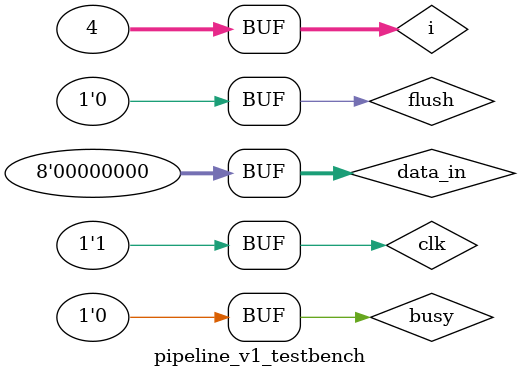
<source format=v>
`timescale 1ns / 1ps


module pipeline_v1_testbench();

reg clk;
reg flush;
reg busy;
reg [7:0] data_in;
wire full;
wire [7:0] data_out;

// Instantiate the pipeline module
pipeline_v1 dut (
.clk(clk),
.busy(busy),
.flush(flush),
.data_in(data_in),
.full(full),
.data_out(data_out)
);

integer i;

initial begin
// Initialize testbench signals
clk <= 0;
flush <= 0;
busy <= 0;
data_in <= 196;
i <= 0;

for ( i = 0; i < 4; i = i + 1)
begin    
    data_in <= i;

    if (i == 2)
    busy <= 1;
    else
    busy <= 0;
    
    
    #10;
    clk <= 0;
    #10;
    clk <= 1; 
end

data_in <= 0;

for ( i = 0; i < 4; i = i + 1)
begin    
    if (i == 2)
    busy <= 1;
    else
    busy <= 0;
    
    #10;
    clk <= 0;
    #10;
    clk <= 1; 
end

#10; 

end

endmodule


</source>
